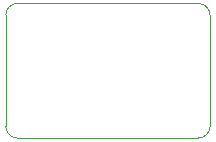
<source format=gm1>
G04 #@! TF.GenerationSoftware,KiCad,Pcbnew,(7.0.0-0)*
G04 #@! TF.CreationDate,2023-05-05T13:57:00+08:00*
G04 #@! TF.ProjectId,Revolute,5265766f-6c75-4746-952e-6b696361645f,rev?*
G04 #@! TF.SameCoordinates,Original*
G04 #@! TF.FileFunction,Profile,NP*
%FSLAX46Y46*%
G04 Gerber Fmt 4.6, Leading zero omitted, Abs format (unit mm)*
G04 Created by KiCad (PCBNEW (7.0.0-0)) date 2023-05-05 13:57:00*
%MOMM*%
%LPD*%
G01*
G04 APERTURE LIST*
G04 #@! TA.AperFunction,Profile*
%ADD10C,0.100000*%
G04 #@! TD*
G04 #@! TA.AperFunction,Profile*
%ADD11C,0.050000*%
G04 #@! TD*
G04 APERTURE END LIST*
D10*
X182300000Y-82000000D02*
X167000000Y-82000000D01*
D11*
X167000000Y-82000000D02*
G75*
G03*
X166000000Y-83000000I0J-1000000D01*
G01*
X183300000Y-83000000D02*
G75*
G03*
X182300000Y-82000000I-1000000J0D01*
G01*
D10*
X166000000Y-92400000D02*
X166000000Y-83000000D01*
X167000000Y-93400000D02*
X182300000Y-93400000D01*
X183300000Y-90400000D02*
X183300000Y-92400000D01*
D11*
X182300000Y-93400000D02*
G75*
G03*
X183300000Y-92400000I0J1000000D01*
G01*
D10*
X183300000Y-90400000D02*
X183300000Y-83000000D01*
D11*
X166000000Y-92400000D02*
G75*
G03*
X167000000Y-93400000I1000000J0D01*
G01*
M02*

</source>
